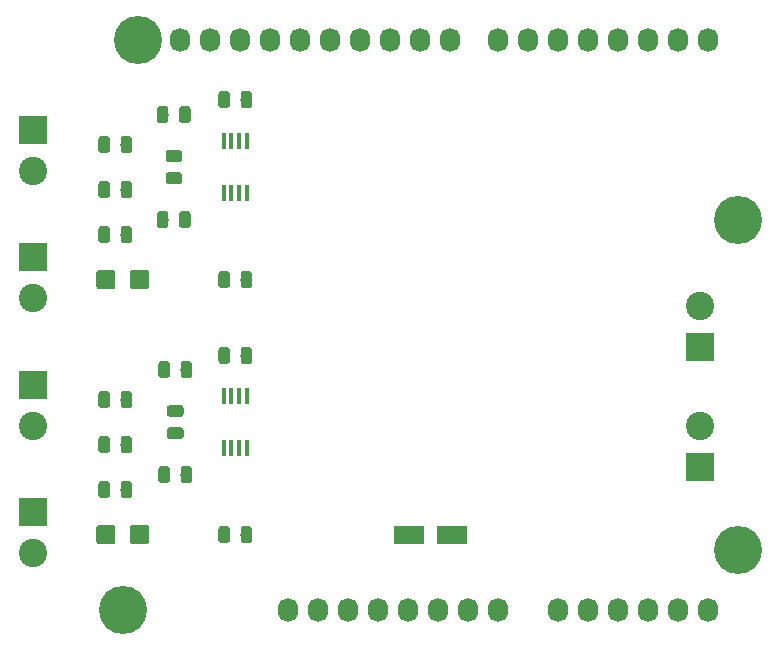
<source format=gbr>
G04 #@! TF.GenerationSoftware,KiCad,Pcbnew,(5.0.0)*
G04 #@! TF.CreationDate,2018-08-14T23:46:55+08:00*
G04 #@! TF.ProjectId,Reflow,5265666C6F772E6B696361645F706362,rev?*
G04 #@! TF.SameCoordinates,PX69db1f0PY7882d48*
G04 #@! TF.FileFunction,Soldermask,Top*
G04 #@! TF.FilePolarity,Negative*
%FSLAX46Y46*%
G04 Gerber Fmt 4.6, Leading zero omitted, Abs format (unit mm)*
G04 Created by KiCad (PCBNEW (5.0.0)) date 08/14/18 23:46:55*
%MOMM*%
%LPD*%
G01*
G04 APERTURE LIST*
%ADD10R,2.600000X1.600000*%
%ADD11C,0.100000*%
%ADD12C,0.975000*%
%ADD13C,1.600000*%
%ADD14R,0.450000X1.450000*%
%ADD15C,2.400000*%
%ADD16R,2.400000X2.400000*%
%ADD17O,1.727200X2.032000*%
%ADD18C,4.064000*%
G04 APERTURE END LIST*
D10*
G04 #@! TO.C,C7*
X38205000Y8890000D03*
X41805000Y8890000D03*
G04 #@! TD*
D11*
G04 #@! TO.C,C1*
G36*
X19620142Y23558826D02*
X19643803Y23555316D01*
X19667007Y23549504D01*
X19689529Y23541446D01*
X19711153Y23531218D01*
X19731670Y23518921D01*
X19750883Y23504671D01*
X19768607Y23488607D01*
X19784671Y23470883D01*
X19798921Y23451670D01*
X19811218Y23431153D01*
X19821446Y23409529D01*
X19829504Y23387007D01*
X19835316Y23363803D01*
X19838826Y23340142D01*
X19840000Y23316250D01*
X19840000Y22403750D01*
X19838826Y22379858D01*
X19835316Y22356197D01*
X19829504Y22332993D01*
X19821446Y22310471D01*
X19811218Y22288847D01*
X19798921Y22268330D01*
X19784671Y22249117D01*
X19768607Y22231393D01*
X19750883Y22215329D01*
X19731670Y22201079D01*
X19711153Y22188782D01*
X19689529Y22178554D01*
X19667007Y22170496D01*
X19643803Y22164684D01*
X19620142Y22161174D01*
X19596250Y22160000D01*
X19108750Y22160000D01*
X19084858Y22161174D01*
X19061197Y22164684D01*
X19037993Y22170496D01*
X19015471Y22178554D01*
X18993847Y22188782D01*
X18973330Y22201079D01*
X18954117Y22215329D01*
X18936393Y22231393D01*
X18920329Y22249117D01*
X18906079Y22268330D01*
X18893782Y22288847D01*
X18883554Y22310471D01*
X18875496Y22332993D01*
X18869684Y22356197D01*
X18866174Y22379858D01*
X18865000Y22403750D01*
X18865000Y23316250D01*
X18866174Y23340142D01*
X18869684Y23363803D01*
X18875496Y23387007D01*
X18883554Y23409529D01*
X18893782Y23431153D01*
X18906079Y23451670D01*
X18920329Y23470883D01*
X18936393Y23488607D01*
X18954117Y23504671D01*
X18973330Y23518921D01*
X18993847Y23531218D01*
X19015471Y23541446D01*
X19037993Y23549504D01*
X19061197Y23555316D01*
X19084858Y23558826D01*
X19108750Y23560000D01*
X19596250Y23560000D01*
X19620142Y23558826D01*
X19620142Y23558826D01*
G37*
D12*
X19352500Y22860000D03*
D11*
G36*
X17745142Y23558826D02*
X17768803Y23555316D01*
X17792007Y23549504D01*
X17814529Y23541446D01*
X17836153Y23531218D01*
X17856670Y23518921D01*
X17875883Y23504671D01*
X17893607Y23488607D01*
X17909671Y23470883D01*
X17923921Y23451670D01*
X17936218Y23431153D01*
X17946446Y23409529D01*
X17954504Y23387007D01*
X17960316Y23363803D01*
X17963826Y23340142D01*
X17965000Y23316250D01*
X17965000Y22403750D01*
X17963826Y22379858D01*
X17960316Y22356197D01*
X17954504Y22332993D01*
X17946446Y22310471D01*
X17936218Y22288847D01*
X17923921Y22268330D01*
X17909671Y22249117D01*
X17893607Y22231393D01*
X17875883Y22215329D01*
X17856670Y22201079D01*
X17836153Y22188782D01*
X17814529Y22178554D01*
X17792007Y22170496D01*
X17768803Y22164684D01*
X17745142Y22161174D01*
X17721250Y22160000D01*
X17233750Y22160000D01*
X17209858Y22161174D01*
X17186197Y22164684D01*
X17162993Y22170496D01*
X17140471Y22178554D01*
X17118847Y22188782D01*
X17098330Y22201079D01*
X17079117Y22215329D01*
X17061393Y22231393D01*
X17045329Y22249117D01*
X17031079Y22268330D01*
X17018782Y22288847D01*
X17008554Y22310471D01*
X17000496Y22332993D01*
X16994684Y22356197D01*
X16991174Y22379858D01*
X16990000Y22403750D01*
X16990000Y23316250D01*
X16991174Y23340142D01*
X16994684Y23363803D01*
X17000496Y23387007D01*
X17008554Y23409529D01*
X17018782Y23431153D01*
X17031079Y23451670D01*
X17045329Y23470883D01*
X17061393Y23488607D01*
X17079117Y23504671D01*
X17098330Y23518921D01*
X17118847Y23531218D01*
X17140471Y23541446D01*
X17162993Y23549504D01*
X17186197Y23555316D01*
X17209858Y23558826D01*
X17233750Y23560000D01*
X17721250Y23560000D01*
X17745142Y23558826D01*
X17745142Y23558826D01*
G37*
D12*
X17477500Y22860000D03*
G04 #@! TD*
D11*
G04 #@! TO.C,C2*
G36*
X18895142Y19838826D02*
X18918803Y19835316D01*
X18942007Y19829504D01*
X18964529Y19821446D01*
X18986153Y19811218D01*
X19006670Y19798921D01*
X19025883Y19784671D01*
X19043607Y19768607D01*
X19059671Y19750883D01*
X19073921Y19731670D01*
X19086218Y19711153D01*
X19096446Y19689529D01*
X19104504Y19667007D01*
X19110316Y19643803D01*
X19113826Y19620142D01*
X19115000Y19596250D01*
X19115000Y19108750D01*
X19113826Y19084858D01*
X19110316Y19061197D01*
X19104504Y19037993D01*
X19096446Y19015471D01*
X19086218Y18993847D01*
X19073921Y18973330D01*
X19059671Y18954117D01*
X19043607Y18936393D01*
X19025883Y18920329D01*
X19006670Y18906079D01*
X18986153Y18893782D01*
X18964529Y18883554D01*
X18942007Y18875496D01*
X18918803Y18869684D01*
X18895142Y18866174D01*
X18871250Y18865000D01*
X17958750Y18865000D01*
X17934858Y18866174D01*
X17911197Y18869684D01*
X17887993Y18875496D01*
X17865471Y18883554D01*
X17843847Y18893782D01*
X17823330Y18906079D01*
X17804117Y18920329D01*
X17786393Y18936393D01*
X17770329Y18954117D01*
X17756079Y18973330D01*
X17743782Y18993847D01*
X17733554Y19015471D01*
X17725496Y19037993D01*
X17719684Y19061197D01*
X17716174Y19084858D01*
X17715000Y19108750D01*
X17715000Y19596250D01*
X17716174Y19620142D01*
X17719684Y19643803D01*
X17725496Y19667007D01*
X17733554Y19689529D01*
X17743782Y19711153D01*
X17756079Y19731670D01*
X17770329Y19750883D01*
X17786393Y19768607D01*
X17804117Y19784671D01*
X17823330Y19798921D01*
X17843847Y19811218D01*
X17865471Y19821446D01*
X17887993Y19829504D01*
X17911197Y19835316D01*
X17934858Y19838826D01*
X17958750Y19840000D01*
X18871250Y19840000D01*
X18895142Y19838826D01*
X18895142Y19838826D01*
G37*
D12*
X18415000Y19352500D03*
D11*
G36*
X18895142Y17963826D02*
X18918803Y17960316D01*
X18942007Y17954504D01*
X18964529Y17946446D01*
X18986153Y17936218D01*
X19006670Y17923921D01*
X19025883Y17909671D01*
X19043607Y17893607D01*
X19059671Y17875883D01*
X19073921Y17856670D01*
X19086218Y17836153D01*
X19096446Y17814529D01*
X19104504Y17792007D01*
X19110316Y17768803D01*
X19113826Y17745142D01*
X19115000Y17721250D01*
X19115000Y17233750D01*
X19113826Y17209858D01*
X19110316Y17186197D01*
X19104504Y17162993D01*
X19096446Y17140471D01*
X19086218Y17118847D01*
X19073921Y17098330D01*
X19059671Y17079117D01*
X19043607Y17061393D01*
X19025883Y17045329D01*
X19006670Y17031079D01*
X18986153Y17018782D01*
X18964529Y17008554D01*
X18942007Y17000496D01*
X18918803Y16994684D01*
X18895142Y16991174D01*
X18871250Y16990000D01*
X17958750Y16990000D01*
X17934858Y16991174D01*
X17911197Y16994684D01*
X17887993Y17000496D01*
X17865471Y17008554D01*
X17843847Y17018782D01*
X17823330Y17031079D01*
X17804117Y17045329D01*
X17786393Y17061393D01*
X17770329Y17079117D01*
X17756079Y17098330D01*
X17743782Y17118847D01*
X17733554Y17140471D01*
X17725496Y17162993D01*
X17719684Y17186197D01*
X17716174Y17209858D01*
X17715000Y17233750D01*
X17715000Y17721250D01*
X17716174Y17745142D01*
X17719684Y17768803D01*
X17725496Y17792007D01*
X17733554Y17814529D01*
X17743782Y17836153D01*
X17756079Y17856670D01*
X17770329Y17875883D01*
X17786393Y17893607D01*
X17804117Y17909671D01*
X17823330Y17923921D01*
X17843847Y17936218D01*
X17865471Y17946446D01*
X17887993Y17954504D01*
X17911197Y17960316D01*
X17934858Y17963826D01*
X17958750Y17965000D01*
X18871250Y17965000D01*
X18895142Y17963826D01*
X18895142Y17963826D01*
G37*
D12*
X18415000Y17477500D03*
G04 #@! TD*
D11*
G04 #@! TO.C,C3*
G36*
X17745142Y14668826D02*
X17768803Y14665316D01*
X17792007Y14659504D01*
X17814529Y14651446D01*
X17836153Y14641218D01*
X17856670Y14628921D01*
X17875883Y14614671D01*
X17893607Y14598607D01*
X17909671Y14580883D01*
X17923921Y14561670D01*
X17936218Y14541153D01*
X17946446Y14519529D01*
X17954504Y14497007D01*
X17960316Y14473803D01*
X17963826Y14450142D01*
X17965000Y14426250D01*
X17965000Y13513750D01*
X17963826Y13489858D01*
X17960316Y13466197D01*
X17954504Y13442993D01*
X17946446Y13420471D01*
X17936218Y13398847D01*
X17923921Y13378330D01*
X17909671Y13359117D01*
X17893607Y13341393D01*
X17875883Y13325329D01*
X17856670Y13311079D01*
X17836153Y13298782D01*
X17814529Y13288554D01*
X17792007Y13280496D01*
X17768803Y13274684D01*
X17745142Y13271174D01*
X17721250Y13270000D01*
X17233750Y13270000D01*
X17209858Y13271174D01*
X17186197Y13274684D01*
X17162993Y13280496D01*
X17140471Y13288554D01*
X17118847Y13298782D01*
X17098330Y13311079D01*
X17079117Y13325329D01*
X17061393Y13341393D01*
X17045329Y13359117D01*
X17031079Y13378330D01*
X17018782Y13398847D01*
X17008554Y13420471D01*
X17000496Y13442993D01*
X16994684Y13466197D01*
X16991174Y13489858D01*
X16990000Y13513750D01*
X16990000Y14426250D01*
X16991174Y14450142D01*
X16994684Y14473803D01*
X17000496Y14497007D01*
X17008554Y14519529D01*
X17018782Y14541153D01*
X17031079Y14561670D01*
X17045329Y14580883D01*
X17061393Y14598607D01*
X17079117Y14614671D01*
X17098330Y14628921D01*
X17118847Y14641218D01*
X17140471Y14651446D01*
X17162993Y14659504D01*
X17186197Y14665316D01*
X17209858Y14668826D01*
X17233750Y14670000D01*
X17721250Y14670000D01*
X17745142Y14668826D01*
X17745142Y14668826D01*
G37*
D12*
X17477500Y13970000D03*
D11*
G36*
X19620142Y14668826D02*
X19643803Y14665316D01*
X19667007Y14659504D01*
X19689529Y14651446D01*
X19711153Y14641218D01*
X19731670Y14628921D01*
X19750883Y14614671D01*
X19768607Y14598607D01*
X19784671Y14580883D01*
X19798921Y14561670D01*
X19811218Y14541153D01*
X19821446Y14519529D01*
X19829504Y14497007D01*
X19835316Y14473803D01*
X19838826Y14450142D01*
X19840000Y14426250D01*
X19840000Y13513750D01*
X19838826Y13489858D01*
X19835316Y13466197D01*
X19829504Y13442993D01*
X19821446Y13420471D01*
X19811218Y13398847D01*
X19798921Y13378330D01*
X19784671Y13359117D01*
X19768607Y13341393D01*
X19750883Y13325329D01*
X19731670Y13311079D01*
X19711153Y13298782D01*
X19689529Y13288554D01*
X19667007Y13280496D01*
X19643803Y13274684D01*
X19620142Y13271174D01*
X19596250Y13270000D01*
X19108750Y13270000D01*
X19084858Y13271174D01*
X19061197Y13274684D01*
X19037993Y13280496D01*
X19015471Y13288554D01*
X18993847Y13298782D01*
X18973330Y13311079D01*
X18954117Y13325329D01*
X18936393Y13341393D01*
X18920329Y13359117D01*
X18906079Y13378330D01*
X18893782Y13398847D01*
X18883554Y13420471D01*
X18875496Y13442993D01*
X18869684Y13466197D01*
X18866174Y13489858D01*
X18865000Y13513750D01*
X18865000Y14426250D01*
X18866174Y14450142D01*
X18869684Y14473803D01*
X18875496Y14497007D01*
X18883554Y14519529D01*
X18893782Y14541153D01*
X18906079Y14561670D01*
X18920329Y14580883D01*
X18936393Y14598607D01*
X18954117Y14614671D01*
X18973330Y14628921D01*
X18993847Y14641218D01*
X19015471Y14651446D01*
X19037993Y14659504D01*
X19061197Y14665316D01*
X19084858Y14668826D01*
X19108750Y14670000D01*
X19596250Y14670000D01*
X19620142Y14668826D01*
X19620142Y14668826D01*
G37*
D12*
X19352500Y13970000D03*
G04 #@! TD*
D11*
G04 #@! TO.C,C4*
G36*
X17620903Y45148826D02*
X17644564Y45145316D01*
X17667768Y45139504D01*
X17690290Y45131446D01*
X17711914Y45121218D01*
X17732431Y45108921D01*
X17751644Y45094671D01*
X17769368Y45078607D01*
X17785432Y45060883D01*
X17799682Y45041670D01*
X17811979Y45021153D01*
X17822207Y44999529D01*
X17830265Y44977007D01*
X17836077Y44953803D01*
X17839587Y44930142D01*
X17840761Y44906250D01*
X17840761Y43993750D01*
X17839587Y43969858D01*
X17836077Y43946197D01*
X17830265Y43922993D01*
X17822207Y43900471D01*
X17811979Y43878847D01*
X17799682Y43858330D01*
X17785432Y43839117D01*
X17769368Y43821393D01*
X17751644Y43805329D01*
X17732431Y43791079D01*
X17711914Y43778782D01*
X17690290Y43768554D01*
X17667768Y43760496D01*
X17644564Y43754684D01*
X17620903Y43751174D01*
X17597011Y43750000D01*
X17109511Y43750000D01*
X17085619Y43751174D01*
X17061958Y43754684D01*
X17038754Y43760496D01*
X17016232Y43768554D01*
X16994608Y43778782D01*
X16974091Y43791079D01*
X16954878Y43805329D01*
X16937154Y43821393D01*
X16921090Y43839117D01*
X16906840Y43858330D01*
X16894543Y43878847D01*
X16884315Y43900471D01*
X16876257Y43922993D01*
X16870445Y43946197D01*
X16866935Y43969858D01*
X16865761Y43993750D01*
X16865761Y44906250D01*
X16866935Y44930142D01*
X16870445Y44953803D01*
X16876257Y44977007D01*
X16884315Y44999529D01*
X16894543Y45021153D01*
X16906840Y45041670D01*
X16921090Y45060883D01*
X16937154Y45078607D01*
X16954878Y45094671D01*
X16974091Y45108921D01*
X16994608Y45121218D01*
X17016232Y45131446D01*
X17038754Y45139504D01*
X17061958Y45145316D01*
X17085619Y45148826D01*
X17109511Y45150000D01*
X17597011Y45150000D01*
X17620903Y45148826D01*
X17620903Y45148826D01*
G37*
D12*
X17353261Y44450000D03*
D11*
G36*
X19495903Y45148826D02*
X19519564Y45145316D01*
X19542768Y45139504D01*
X19565290Y45131446D01*
X19586914Y45121218D01*
X19607431Y45108921D01*
X19626644Y45094671D01*
X19644368Y45078607D01*
X19660432Y45060883D01*
X19674682Y45041670D01*
X19686979Y45021153D01*
X19697207Y44999529D01*
X19705265Y44977007D01*
X19711077Y44953803D01*
X19714587Y44930142D01*
X19715761Y44906250D01*
X19715761Y43993750D01*
X19714587Y43969858D01*
X19711077Y43946197D01*
X19705265Y43922993D01*
X19697207Y43900471D01*
X19686979Y43878847D01*
X19674682Y43858330D01*
X19660432Y43839117D01*
X19644368Y43821393D01*
X19626644Y43805329D01*
X19607431Y43791079D01*
X19586914Y43778782D01*
X19565290Y43768554D01*
X19542768Y43760496D01*
X19519564Y43754684D01*
X19495903Y43751174D01*
X19472011Y43750000D01*
X18984511Y43750000D01*
X18960619Y43751174D01*
X18936958Y43754684D01*
X18913754Y43760496D01*
X18891232Y43768554D01*
X18869608Y43778782D01*
X18849091Y43791079D01*
X18829878Y43805329D01*
X18812154Y43821393D01*
X18796090Y43839117D01*
X18781840Y43858330D01*
X18769543Y43878847D01*
X18759315Y43900471D01*
X18751257Y43922993D01*
X18745445Y43946197D01*
X18741935Y43969858D01*
X18740761Y43993750D01*
X18740761Y44906250D01*
X18741935Y44930142D01*
X18745445Y44953803D01*
X18751257Y44977007D01*
X18759315Y44999529D01*
X18769543Y45021153D01*
X18781840Y45041670D01*
X18796090Y45060883D01*
X18812154Y45078607D01*
X18829878Y45094671D01*
X18849091Y45108921D01*
X18869608Y45121218D01*
X18891232Y45131446D01*
X18913754Y45139504D01*
X18936958Y45145316D01*
X18960619Y45148826D01*
X18984511Y45150000D01*
X19472011Y45150000D01*
X19495903Y45148826D01*
X19495903Y45148826D01*
G37*
D12*
X19228261Y44450000D03*
G04 #@! TD*
D11*
G04 #@! TO.C,C5*
G36*
X18770903Y39553826D02*
X18794564Y39550316D01*
X18817768Y39544504D01*
X18840290Y39536446D01*
X18861914Y39526218D01*
X18882431Y39513921D01*
X18901644Y39499671D01*
X18919368Y39483607D01*
X18935432Y39465883D01*
X18949682Y39446670D01*
X18961979Y39426153D01*
X18972207Y39404529D01*
X18980265Y39382007D01*
X18986077Y39358803D01*
X18989587Y39335142D01*
X18990761Y39311250D01*
X18990761Y38823750D01*
X18989587Y38799858D01*
X18986077Y38776197D01*
X18980265Y38752993D01*
X18972207Y38730471D01*
X18961979Y38708847D01*
X18949682Y38688330D01*
X18935432Y38669117D01*
X18919368Y38651393D01*
X18901644Y38635329D01*
X18882431Y38621079D01*
X18861914Y38608782D01*
X18840290Y38598554D01*
X18817768Y38590496D01*
X18794564Y38584684D01*
X18770903Y38581174D01*
X18747011Y38580000D01*
X17834511Y38580000D01*
X17810619Y38581174D01*
X17786958Y38584684D01*
X17763754Y38590496D01*
X17741232Y38598554D01*
X17719608Y38608782D01*
X17699091Y38621079D01*
X17679878Y38635329D01*
X17662154Y38651393D01*
X17646090Y38669117D01*
X17631840Y38688330D01*
X17619543Y38708847D01*
X17609315Y38730471D01*
X17601257Y38752993D01*
X17595445Y38776197D01*
X17591935Y38799858D01*
X17590761Y38823750D01*
X17590761Y39311250D01*
X17591935Y39335142D01*
X17595445Y39358803D01*
X17601257Y39382007D01*
X17609315Y39404529D01*
X17619543Y39426153D01*
X17631840Y39446670D01*
X17646090Y39465883D01*
X17662154Y39483607D01*
X17679878Y39499671D01*
X17699091Y39513921D01*
X17719608Y39526218D01*
X17741232Y39536446D01*
X17763754Y39544504D01*
X17786958Y39550316D01*
X17810619Y39553826D01*
X17834511Y39555000D01*
X18747011Y39555000D01*
X18770903Y39553826D01*
X18770903Y39553826D01*
G37*
D12*
X18290761Y39067500D03*
D11*
G36*
X18770903Y41428826D02*
X18794564Y41425316D01*
X18817768Y41419504D01*
X18840290Y41411446D01*
X18861914Y41401218D01*
X18882431Y41388921D01*
X18901644Y41374671D01*
X18919368Y41358607D01*
X18935432Y41340883D01*
X18949682Y41321670D01*
X18961979Y41301153D01*
X18972207Y41279529D01*
X18980265Y41257007D01*
X18986077Y41233803D01*
X18989587Y41210142D01*
X18990761Y41186250D01*
X18990761Y40698750D01*
X18989587Y40674858D01*
X18986077Y40651197D01*
X18980265Y40627993D01*
X18972207Y40605471D01*
X18961979Y40583847D01*
X18949682Y40563330D01*
X18935432Y40544117D01*
X18919368Y40526393D01*
X18901644Y40510329D01*
X18882431Y40496079D01*
X18861914Y40483782D01*
X18840290Y40473554D01*
X18817768Y40465496D01*
X18794564Y40459684D01*
X18770903Y40456174D01*
X18747011Y40455000D01*
X17834511Y40455000D01*
X17810619Y40456174D01*
X17786958Y40459684D01*
X17763754Y40465496D01*
X17741232Y40473554D01*
X17719608Y40483782D01*
X17699091Y40496079D01*
X17679878Y40510329D01*
X17662154Y40526393D01*
X17646090Y40544117D01*
X17631840Y40563330D01*
X17619543Y40583847D01*
X17609315Y40605471D01*
X17601257Y40627993D01*
X17595445Y40651197D01*
X17591935Y40674858D01*
X17590761Y40698750D01*
X17590761Y41186250D01*
X17591935Y41210142D01*
X17595445Y41233803D01*
X17601257Y41257007D01*
X17609315Y41279529D01*
X17619543Y41301153D01*
X17631840Y41321670D01*
X17646090Y41340883D01*
X17662154Y41358607D01*
X17679878Y41374671D01*
X17699091Y41388921D01*
X17719608Y41401218D01*
X17741232Y41411446D01*
X17763754Y41419504D01*
X17786958Y41425316D01*
X17810619Y41428826D01*
X17834511Y41430000D01*
X18747011Y41430000D01*
X18770903Y41428826D01*
X18770903Y41428826D01*
G37*
D12*
X18290761Y40942500D03*
G04 #@! TD*
D11*
G04 #@! TO.C,C6*
G36*
X19495903Y36258826D02*
X19519564Y36255316D01*
X19542768Y36249504D01*
X19565290Y36241446D01*
X19586914Y36231218D01*
X19607431Y36218921D01*
X19626644Y36204671D01*
X19644368Y36188607D01*
X19660432Y36170883D01*
X19674682Y36151670D01*
X19686979Y36131153D01*
X19697207Y36109529D01*
X19705265Y36087007D01*
X19711077Y36063803D01*
X19714587Y36040142D01*
X19715761Y36016250D01*
X19715761Y35103750D01*
X19714587Y35079858D01*
X19711077Y35056197D01*
X19705265Y35032993D01*
X19697207Y35010471D01*
X19686979Y34988847D01*
X19674682Y34968330D01*
X19660432Y34949117D01*
X19644368Y34931393D01*
X19626644Y34915329D01*
X19607431Y34901079D01*
X19586914Y34888782D01*
X19565290Y34878554D01*
X19542768Y34870496D01*
X19519564Y34864684D01*
X19495903Y34861174D01*
X19472011Y34860000D01*
X18984511Y34860000D01*
X18960619Y34861174D01*
X18936958Y34864684D01*
X18913754Y34870496D01*
X18891232Y34878554D01*
X18869608Y34888782D01*
X18849091Y34901079D01*
X18829878Y34915329D01*
X18812154Y34931393D01*
X18796090Y34949117D01*
X18781840Y34968330D01*
X18769543Y34988847D01*
X18759315Y35010471D01*
X18751257Y35032993D01*
X18745445Y35056197D01*
X18741935Y35079858D01*
X18740761Y35103750D01*
X18740761Y36016250D01*
X18741935Y36040142D01*
X18745445Y36063803D01*
X18751257Y36087007D01*
X18759315Y36109529D01*
X18769543Y36131153D01*
X18781840Y36151670D01*
X18796090Y36170883D01*
X18812154Y36188607D01*
X18829878Y36204671D01*
X18849091Y36218921D01*
X18869608Y36231218D01*
X18891232Y36241446D01*
X18913754Y36249504D01*
X18936958Y36255316D01*
X18960619Y36258826D01*
X18984511Y36260000D01*
X19472011Y36260000D01*
X19495903Y36258826D01*
X19495903Y36258826D01*
G37*
D12*
X19228261Y35560000D03*
D11*
G36*
X17620903Y36258826D02*
X17644564Y36255316D01*
X17667768Y36249504D01*
X17690290Y36241446D01*
X17711914Y36231218D01*
X17732431Y36218921D01*
X17751644Y36204671D01*
X17769368Y36188607D01*
X17785432Y36170883D01*
X17799682Y36151670D01*
X17811979Y36131153D01*
X17822207Y36109529D01*
X17830265Y36087007D01*
X17836077Y36063803D01*
X17839587Y36040142D01*
X17840761Y36016250D01*
X17840761Y35103750D01*
X17839587Y35079858D01*
X17836077Y35056197D01*
X17830265Y35032993D01*
X17822207Y35010471D01*
X17811979Y34988847D01*
X17799682Y34968330D01*
X17785432Y34949117D01*
X17769368Y34931393D01*
X17751644Y34915329D01*
X17732431Y34901079D01*
X17711914Y34888782D01*
X17690290Y34878554D01*
X17667768Y34870496D01*
X17644564Y34864684D01*
X17620903Y34861174D01*
X17597011Y34860000D01*
X17109511Y34860000D01*
X17085619Y34861174D01*
X17061958Y34864684D01*
X17038754Y34870496D01*
X17016232Y34878554D01*
X16994608Y34888782D01*
X16974091Y34901079D01*
X16954878Y34915329D01*
X16937154Y34931393D01*
X16921090Y34949117D01*
X16906840Y34968330D01*
X16894543Y34988847D01*
X16884315Y35010471D01*
X16876257Y35032993D01*
X16870445Y35056197D01*
X16866935Y35079858D01*
X16865761Y35103750D01*
X16865761Y36016250D01*
X16866935Y36040142D01*
X16870445Y36063803D01*
X16876257Y36087007D01*
X16884315Y36109529D01*
X16894543Y36131153D01*
X16906840Y36151670D01*
X16921090Y36170883D01*
X16937154Y36188607D01*
X16954878Y36204671D01*
X16974091Y36218921D01*
X16994608Y36231218D01*
X17016232Y36241446D01*
X17038754Y36249504D01*
X17061958Y36255316D01*
X17085619Y36258826D01*
X17109511Y36260000D01*
X17597011Y36260000D01*
X17620903Y36258826D01*
X17620903Y36258826D01*
G37*
D12*
X17353261Y35560000D03*
G04 #@! TD*
D11*
G04 #@! TO.C,C8*
G36*
X24702903Y24743940D02*
X24726564Y24740430D01*
X24749768Y24734618D01*
X24772290Y24726560D01*
X24793914Y24716332D01*
X24814431Y24704035D01*
X24833644Y24689785D01*
X24851368Y24673721D01*
X24867432Y24655997D01*
X24881682Y24636784D01*
X24893979Y24616267D01*
X24904207Y24594643D01*
X24912265Y24572121D01*
X24918077Y24548917D01*
X24921587Y24525256D01*
X24922761Y24501364D01*
X24922761Y23588864D01*
X24921587Y23564972D01*
X24918077Y23541311D01*
X24912265Y23518107D01*
X24904207Y23495585D01*
X24893979Y23473961D01*
X24881682Y23453444D01*
X24867432Y23434231D01*
X24851368Y23416507D01*
X24833644Y23400443D01*
X24814431Y23386193D01*
X24793914Y23373896D01*
X24772290Y23363668D01*
X24749768Y23355610D01*
X24726564Y23349798D01*
X24702903Y23346288D01*
X24679011Y23345114D01*
X24191511Y23345114D01*
X24167619Y23346288D01*
X24143958Y23349798D01*
X24120754Y23355610D01*
X24098232Y23363668D01*
X24076608Y23373896D01*
X24056091Y23386193D01*
X24036878Y23400443D01*
X24019154Y23416507D01*
X24003090Y23434231D01*
X23988840Y23453444D01*
X23976543Y23473961D01*
X23966315Y23495585D01*
X23958257Y23518107D01*
X23952445Y23541311D01*
X23948935Y23564972D01*
X23947761Y23588864D01*
X23947761Y24501364D01*
X23948935Y24525256D01*
X23952445Y24548917D01*
X23958257Y24572121D01*
X23966315Y24594643D01*
X23976543Y24616267D01*
X23988840Y24636784D01*
X24003090Y24655997D01*
X24019154Y24673721D01*
X24036878Y24689785D01*
X24056091Y24704035D01*
X24076608Y24716332D01*
X24098232Y24726560D01*
X24120754Y24734618D01*
X24143958Y24740430D01*
X24167619Y24743940D01*
X24191511Y24745114D01*
X24679011Y24745114D01*
X24702903Y24743940D01*
X24702903Y24743940D01*
G37*
D12*
X24435261Y24045114D03*
D11*
G36*
X22827903Y24743940D02*
X22851564Y24740430D01*
X22874768Y24734618D01*
X22897290Y24726560D01*
X22918914Y24716332D01*
X22939431Y24704035D01*
X22958644Y24689785D01*
X22976368Y24673721D01*
X22992432Y24655997D01*
X23006682Y24636784D01*
X23018979Y24616267D01*
X23029207Y24594643D01*
X23037265Y24572121D01*
X23043077Y24548917D01*
X23046587Y24525256D01*
X23047761Y24501364D01*
X23047761Y23588864D01*
X23046587Y23564972D01*
X23043077Y23541311D01*
X23037265Y23518107D01*
X23029207Y23495585D01*
X23018979Y23473961D01*
X23006682Y23453444D01*
X22992432Y23434231D01*
X22976368Y23416507D01*
X22958644Y23400443D01*
X22939431Y23386193D01*
X22918914Y23373896D01*
X22897290Y23363668D01*
X22874768Y23355610D01*
X22851564Y23349798D01*
X22827903Y23346288D01*
X22804011Y23345114D01*
X22316511Y23345114D01*
X22292619Y23346288D01*
X22268958Y23349798D01*
X22245754Y23355610D01*
X22223232Y23363668D01*
X22201608Y23373896D01*
X22181091Y23386193D01*
X22161878Y23400443D01*
X22144154Y23416507D01*
X22128090Y23434231D01*
X22113840Y23453444D01*
X22101543Y23473961D01*
X22091315Y23495585D01*
X22083257Y23518107D01*
X22077445Y23541311D01*
X22073935Y23564972D01*
X22072761Y23588864D01*
X22072761Y24501364D01*
X22073935Y24525256D01*
X22077445Y24548917D01*
X22083257Y24572121D01*
X22091315Y24594643D01*
X22101543Y24616267D01*
X22113840Y24636784D01*
X22128090Y24655997D01*
X22144154Y24673721D01*
X22161878Y24689785D01*
X22181091Y24704035D01*
X22201608Y24716332D01*
X22223232Y24726560D01*
X22245754Y24734618D01*
X22268958Y24740430D01*
X22292619Y24743940D01*
X22316511Y24745114D01*
X22804011Y24745114D01*
X22827903Y24743940D01*
X22827903Y24743940D01*
G37*
D12*
X22560261Y24045114D03*
G04 #@! TD*
D11*
G04 #@! TO.C,C9*
G36*
X22825142Y46418826D02*
X22848803Y46415316D01*
X22872007Y46409504D01*
X22894529Y46401446D01*
X22916153Y46391218D01*
X22936670Y46378921D01*
X22955883Y46364671D01*
X22973607Y46348607D01*
X22989671Y46330883D01*
X23003921Y46311670D01*
X23016218Y46291153D01*
X23026446Y46269529D01*
X23034504Y46247007D01*
X23040316Y46223803D01*
X23043826Y46200142D01*
X23045000Y46176250D01*
X23045000Y45263750D01*
X23043826Y45239858D01*
X23040316Y45216197D01*
X23034504Y45192993D01*
X23026446Y45170471D01*
X23016218Y45148847D01*
X23003921Y45128330D01*
X22989671Y45109117D01*
X22973607Y45091393D01*
X22955883Y45075329D01*
X22936670Y45061079D01*
X22916153Y45048782D01*
X22894529Y45038554D01*
X22872007Y45030496D01*
X22848803Y45024684D01*
X22825142Y45021174D01*
X22801250Y45020000D01*
X22313750Y45020000D01*
X22289858Y45021174D01*
X22266197Y45024684D01*
X22242993Y45030496D01*
X22220471Y45038554D01*
X22198847Y45048782D01*
X22178330Y45061079D01*
X22159117Y45075329D01*
X22141393Y45091393D01*
X22125329Y45109117D01*
X22111079Y45128330D01*
X22098782Y45148847D01*
X22088554Y45170471D01*
X22080496Y45192993D01*
X22074684Y45216197D01*
X22071174Y45239858D01*
X22070000Y45263750D01*
X22070000Y46176250D01*
X22071174Y46200142D01*
X22074684Y46223803D01*
X22080496Y46247007D01*
X22088554Y46269529D01*
X22098782Y46291153D01*
X22111079Y46311670D01*
X22125329Y46330883D01*
X22141393Y46348607D01*
X22159117Y46364671D01*
X22178330Y46378921D01*
X22198847Y46391218D01*
X22220471Y46401446D01*
X22242993Y46409504D01*
X22266197Y46415316D01*
X22289858Y46418826D01*
X22313750Y46420000D01*
X22801250Y46420000D01*
X22825142Y46418826D01*
X22825142Y46418826D01*
G37*
D12*
X22557500Y45720000D03*
D11*
G36*
X24700142Y46418826D02*
X24723803Y46415316D01*
X24747007Y46409504D01*
X24769529Y46401446D01*
X24791153Y46391218D01*
X24811670Y46378921D01*
X24830883Y46364671D01*
X24848607Y46348607D01*
X24864671Y46330883D01*
X24878921Y46311670D01*
X24891218Y46291153D01*
X24901446Y46269529D01*
X24909504Y46247007D01*
X24915316Y46223803D01*
X24918826Y46200142D01*
X24920000Y46176250D01*
X24920000Y45263750D01*
X24918826Y45239858D01*
X24915316Y45216197D01*
X24909504Y45192993D01*
X24901446Y45170471D01*
X24891218Y45148847D01*
X24878921Y45128330D01*
X24864671Y45109117D01*
X24848607Y45091393D01*
X24830883Y45075329D01*
X24811670Y45061079D01*
X24791153Y45048782D01*
X24769529Y45038554D01*
X24747007Y45030496D01*
X24723803Y45024684D01*
X24700142Y45021174D01*
X24676250Y45020000D01*
X24188750Y45020000D01*
X24164858Y45021174D01*
X24141197Y45024684D01*
X24117993Y45030496D01*
X24095471Y45038554D01*
X24073847Y45048782D01*
X24053330Y45061079D01*
X24034117Y45075329D01*
X24016393Y45091393D01*
X24000329Y45109117D01*
X23986079Y45128330D01*
X23973782Y45148847D01*
X23963554Y45170471D01*
X23955496Y45192993D01*
X23949684Y45216197D01*
X23946174Y45239858D01*
X23945000Y45263750D01*
X23945000Y46176250D01*
X23946174Y46200142D01*
X23949684Y46223803D01*
X23955496Y46247007D01*
X23963554Y46269529D01*
X23973782Y46291153D01*
X23986079Y46311670D01*
X24000329Y46330883D01*
X24016393Y46348607D01*
X24034117Y46364671D01*
X24053330Y46378921D01*
X24073847Y46391218D01*
X24095471Y46401446D01*
X24117993Y46409504D01*
X24141197Y46415316D01*
X24164858Y46418826D01*
X24188750Y46420000D01*
X24676250Y46420000D01*
X24700142Y46418826D01*
X24700142Y46418826D01*
G37*
D12*
X24432500Y45720000D03*
G04 #@! TD*
D11*
G04 #@! TO.C,D1*
G36*
X15969504Y31303796D02*
X15993773Y31300196D01*
X16017571Y31294235D01*
X16040671Y31285970D01*
X16062849Y31275480D01*
X16083893Y31262867D01*
X16103598Y31248253D01*
X16121777Y31231777D01*
X16138253Y31213598D01*
X16152867Y31193893D01*
X16165480Y31172849D01*
X16175970Y31150671D01*
X16184235Y31127571D01*
X16190196Y31103773D01*
X16193796Y31079504D01*
X16195000Y31055000D01*
X16195000Y29905000D01*
X16193796Y29880496D01*
X16190196Y29856227D01*
X16184235Y29832429D01*
X16175970Y29809329D01*
X16165480Y29787151D01*
X16152867Y29766107D01*
X16138253Y29746402D01*
X16121777Y29728223D01*
X16103598Y29711747D01*
X16083893Y29697133D01*
X16062849Y29684520D01*
X16040671Y29674030D01*
X16017571Y29665765D01*
X15993773Y29659804D01*
X15969504Y29656204D01*
X15945000Y29655000D01*
X14845000Y29655000D01*
X14820496Y29656204D01*
X14796227Y29659804D01*
X14772429Y29665765D01*
X14749329Y29674030D01*
X14727151Y29684520D01*
X14706107Y29697133D01*
X14686402Y29711747D01*
X14668223Y29728223D01*
X14651747Y29746402D01*
X14637133Y29766107D01*
X14624520Y29787151D01*
X14614030Y29809329D01*
X14605765Y29832429D01*
X14599804Y29856227D01*
X14596204Y29880496D01*
X14595000Y29905000D01*
X14595000Y31055000D01*
X14596204Y31079504D01*
X14599804Y31103773D01*
X14605765Y31127571D01*
X14614030Y31150671D01*
X14624520Y31172849D01*
X14637133Y31193893D01*
X14651747Y31213598D01*
X14668223Y31231777D01*
X14686402Y31248253D01*
X14706107Y31262867D01*
X14727151Y31275480D01*
X14749329Y31285970D01*
X14772429Y31294235D01*
X14796227Y31300196D01*
X14820496Y31303796D01*
X14845000Y31305000D01*
X15945000Y31305000D01*
X15969504Y31303796D01*
X15969504Y31303796D01*
G37*
D13*
X15395000Y30480000D03*
D11*
G36*
X13119504Y31303796D02*
X13143773Y31300196D01*
X13167571Y31294235D01*
X13190671Y31285970D01*
X13212849Y31275480D01*
X13233893Y31262867D01*
X13253598Y31248253D01*
X13271777Y31231777D01*
X13288253Y31213598D01*
X13302867Y31193893D01*
X13315480Y31172849D01*
X13325970Y31150671D01*
X13334235Y31127571D01*
X13340196Y31103773D01*
X13343796Y31079504D01*
X13345000Y31055000D01*
X13345000Y29905000D01*
X13343796Y29880496D01*
X13340196Y29856227D01*
X13334235Y29832429D01*
X13325970Y29809329D01*
X13315480Y29787151D01*
X13302867Y29766107D01*
X13288253Y29746402D01*
X13271777Y29728223D01*
X13253598Y29711747D01*
X13233893Y29697133D01*
X13212849Y29684520D01*
X13190671Y29674030D01*
X13167571Y29665765D01*
X13143773Y29659804D01*
X13119504Y29656204D01*
X13095000Y29655000D01*
X11995000Y29655000D01*
X11970496Y29656204D01*
X11946227Y29659804D01*
X11922429Y29665765D01*
X11899329Y29674030D01*
X11877151Y29684520D01*
X11856107Y29697133D01*
X11836402Y29711747D01*
X11818223Y29728223D01*
X11801747Y29746402D01*
X11787133Y29766107D01*
X11774520Y29787151D01*
X11764030Y29809329D01*
X11755765Y29832429D01*
X11749804Y29856227D01*
X11746204Y29880496D01*
X11745000Y29905000D01*
X11745000Y31055000D01*
X11746204Y31079504D01*
X11749804Y31103773D01*
X11755765Y31127571D01*
X11764030Y31150671D01*
X11774520Y31172849D01*
X11787133Y31193893D01*
X11801747Y31213598D01*
X11818223Y31231777D01*
X11836402Y31248253D01*
X11856107Y31262867D01*
X11877151Y31275480D01*
X11899329Y31285970D01*
X11922429Y31294235D01*
X11946227Y31300196D01*
X11970496Y31303796D01*
X11995000Y31305000D01*
X13095000Y31305000D01*
X13119504Y31303796D01*
X13119504Y31303796D01*
G37*
D13*
X12545000Y30480000D03*
G04 #@! TD*
D11*
G04 #@! TO.C,D2*
G36*
X13119504Y9713796D02*
X13143773Y9710196D01*
X13167571Y9704235D01*
X13190671Y9695970D01*
X13212849Y9685480D01*
X13233893Y9672867D01*
X13253598Y9658253D01*
X13271777Y9641777D01*
X13288253Y9623598D01*
X13302867Y9603893D01*
X13315480Y9582849D01*
X13325970Y9560671D01*
X13334235Y9537571D01*
X13340196Y9513773D01*
X13343796Y9489504D01*
X13345000Y9465000D01*
X13345000Y8315000D01*
X13343796Y8290496D01*
X13340196Y8266227D01*
X13334235Y8242429D01*
X13325970Y8219329D01*
X13315480Y8197151D01*
X13302867Y8176107D01*
X13288253Y8156402D01*
X13271777Y8138223D01*
X13253598Y8121747D01*
X13233893Y8107133D01*
X13212849Y8094520D01*
X13190671Y8084030D01*
X13167571Y8075765D01*
X13143773Y8069804D01*
X13119504Y8066204D01*
X13095000Y8065000D01*
X11995000Y8065000D01*
X11970496Y8066204D01*
X11946227Y8069804D01*
X11922429Y8075765D01*
X11899329Y8084030D01*
X11877151Y8094520D01*
X11856107Y8107133D01*
X11836402Y8121747D01*
X11818223Y8138223D01*
X11801747Y8156402D01*
X11787133Y8176107D01*
X11774520Y8197151D01*
X11764030Y8219329D01*
X11755765Y8242429D01*
X11749804Y8266227D01*
X11746204Y8290496D01*
X11745000Y8315000D01*
X11745000Y9465000D01*
X11746204Y9489504D01*
X11749804Y9513773D01*
X11755765Y9537571D01*
X11764030Y9560671D01*
X11774520Y9582849D01*
X11787133Y9603893D01*
X11801747Y9623598D01*
X11818223Y9641777D01*
X11836402Y9658253D01*
X11856107Y9672867D01*
X11877151Y9685480D01*
X11899329Y9695970D01*
X11922429Y9704235D01*
X11946227Y9710196D01*
X11970496Y9713796D01*
X11995000Y9715000D01*
X13095000Y9715000D01*
X13119504Y9713796D01*
X13119504Y9713796D01*
G37*
D13*
X12545000Y8890000D03*
D11*
G36*
X15969504Y9713796D02*
X15993773Y9710196D01*
X16017571Y9704235D01*
X16040671Y9695970D01*
X16062849Y9685480D01*
X16083893Y9672867D01*
X16103598Y9658253D01*
X16121777Y9641777D01*
X16138253Y9623598D01*
X16152867Y9603893D01*
X16165480Y9582849D01*
X16175970Y9560671D01*
X16184235Y9537571D01*
X16190196Y9513773D01*
X16193796Y9489504D01*
X16195000Y9465000D01*
X16195000Y8315000D01*
X16193796Y8290496D01*
X16190196Y8266227D01*
X16184235Y8242429D01*
X16175970Y8219329D01*
X16165480Y8197151D01*
X16152867Y8176107D01*
X16138253Y8156402D01*
X16121777Y8138223D01*
X16103598Y8121747D01*
X16083893Y8107133D01*
X16062849Y8094520D01*
X16040671Y8084030D01*
X16017571Y8075765D01*
X15993773Y8069804D01*
X15969504Y8066204D01*
X15945000Y8065000D01*
X14845000Y8065000D01*
X14820496Y8066204D01*
X14796227Y8069804D01*
X14772429Y8075765D01*
X14749329Y8084030D01*
X14727151Y8094520D01*
X14706107Y8107133D01*
X14686402Y8121747D01*
X14668223Y8138223D01*
X14651747Y8156402D01*
X14637133Y8176107D01*
X14624520Y8197151D01*
X14614030Y8219329D01*
X14605765Y8242429D01*
X14599804Y8266227D01*
X14596204Y8290496D01*
X14595000Y8315000D01*
X14595000Y9465000D01*
X14596204Y9489504D01*
X14599804Y9513773D01*
X14605765Y9537571D01*
X14614030Y9560671D01*
X14624520Y9582849D01*
X14637133Y9603893D01*
X14651747Y9623598D01*
X14668223Y9641777D01*
X14686402Y9658253D01*
X14706107Y9672867D01*
X14727151Y9685480D01*
X14749329Y9695970D01*
X14772429Y9704235D01*
X14796227Y9710196D01*
X14820496Y9713796D01*
X14845000Y9715000D01*
X15945000Y9715000D01*
X15969504Y9713796D01*
X15969504Y9713796D01*
G37*
D13*
X15395000Y8890000D03*
G04 #@! TD*
D14*
G04 #@! TO.C,IC1*
X22520000Y20657114D03*
X23170000Y20657114D03*
X23820000Y20657114D03*
X24470000Y20657114D03*
X24470000Y16257114D03*
X23820000Y16257114D03*
X23170000Y16257114D03*
X22520000Y16257114D03*
G04 #@! TD*
G04 #@! TO.C,IC2*
X22520000Y37805000D03*
X23170000Y37805000D03*
X23820000Y37805000D03*
X24470000Y37805000D03*
X24470000Y42205000D03*
X23820000Y42205000D03*
X23170000Y42205000D03*
X22520000Y42205000D03*
G04 #@! TD*
D11*
G04 #@! TO.C,R2*
G36*
X14540142Y34988826D02*
X14563803Y34985316D01*
X14587007Y34979504D01*
X14609529Y34971446D01*
X14631153Y34961218D01*
X14651670Y34948921D01*
X14670883Y34934671D01*
X14688607Y34918607D01*
X14704671Y34900883D01*
X14718921Y34881670D01*
X14731218Y34861153D01*
X14741446Y34839529D01*
X14749504Y34817007D01*
X14755316Y34793803D01*
X14758826Y34770142D01*
X14760000Y34746250D01*
X14760000Y33833750D01*
X14758826Y33809858D01*
X14755316Y33786197D01*
X14749504Y33762993D01*
X14741446Y33740471D01*
X14731218Y33718847D01*
X14718921Y33698330D01*
X14704671Y33679117D01*
X14688607Y33661393D01*
X14670883Y33645329D01*
X14651670Y33631079D01*
X14631153Y33618782D01*
X14609529Y33608554D01*
X14587007Y33600496D01*
X14563803Y33594684D01*
X14540142Y33591174D01*
X14516250Y33590000D01*
X14028750Y33590000D01*
X14004858Y33591174D01*
X13981197Y33594684D01*
X13957993Y33600496D01*
X13935471Y33608554D01*
X13913847Y33618782D01*
X13893330Y33631079D01*
X13874117Y33645329D01*
X13856393Y33661393D01*
X13840329Y33679117D01*
X13826079Y33698330D01*
X13813782Y33718847D01*
X13803554Y33740471D01*
X13795496Y33762993D01*
X13789684Y33786197D01*
X13786174Y33809858D01*
X13785000Y33833750D01*
X13785000Y34746250D01*
X13786174Y34770142D01*
X13789684Y34793803D01*
X13795496Y34817007D01*
X13803554Y34839529D01*
X13813782Y34861153D01*
X13826079Y34881670D01*
X13840329Y34900883D01*
X13856393Y34918607D01*
X13874117Y34934671D01*
X13893330Y34948921D01*
X13913847Y34961218D01*
X13935471Y34971446D01*
X13957993Y34979504D01*
X13981197Y34985316D01*
X14004858Y34988826D01*
X14028750Y34990000D01*
X14516250Y34990000D01*
X14540142Y34988826D01*
X14540142Y34988826D01*
G37*
D12*
X14272500Y34290000D03*
D11*
G36*
X12665142Y34988826D02*
X12688803Y34985316D01*
X12712007Y34979504D01*
X12734529Y34971446D01*
X12756153Y34961218D01*
X12776670Y34948921D01*
X12795883Y34934671D01*
X12813607Y34918607D01*
X12829671Y34900883D01*
X12843921Y34881670D01*
X12856218Y34861153D01*
X12866446Y34839529D01*
X12874504Y34817007D01*
X12880316Y34793803D01*
X12883826Y34770142D01*
X12885000Y34746250D01*
X12885000Y33833750D01*
X12883826Y33809858D01*
X12880316Y33786197D01*
X12874504Y33762993D01*
X12866446Y33740471D01*
X12856218Y33718847D01*
X12843921Y33698330D01*
X12829671Y33679117D01*
X12813607Y33661393D01*
X12795883Y33645329D01*
X12776670Y33631079D01*
X12756153Y33618782D01*
X12734529Y33608554D01*
X12712007Y33600496D01*
X12688803Y33594684D01*
X12665142Y33591174D01*
X12641250Y33590000D01*
X12153750Y33590000D01*
X12129858Y33591174D01*
X12106197Y33594684D01*
X12082993Y33600496D01*
X12060471Y33608554D01*
X12038847Y33618782D01*
X12018330Y33631079D01*
X11999117Y33645329D01*
X11981393Y33661393D01*
X11965329Y33679117D01*
X11951079Y33698330D01*
X11938782Y33718847D01*
X11928554Y33740471D01*
X11920496Y33762993D01*
X11914684Y33786197D01*
X11911174Y33809858D01*
X11910000Y33833750D01*
X11910000Y34746250D01*
X11911174Y34770142D01*
X11914684Y34793803D01*
X11920496Y34817007D01*
X11928554Y34839529D01*
X11938782Y34861153D01*
X11951079Y34881670D01*
X11965329Y34900883D01*
X11981393Y34918607D01*
X11999117Y34934671D01*
X12018330Y34948921D01*
X12038847Y34961218D01*
X12060471Y34971446D01*
X12082993Y34979504D01*
X12106197Y34985316D01*
X12129858Y34988826D01*
X12153750Y34990000D01*
X12641250Y34990000D01*
X12665142Y34988826D01*
X12665142Y34988826D01*
G37*
D12*
X12397500Y34290000D03*
G04 #@! TD*
D11*
G04 #@! TO.C,R7*
G36*
X24700142Y31178826D02*
X24723803Y31175316D01*
X24747007Y31169504D01*
X24769529Y31161446D01*
X24791153Y31151218D01*
X24811670Y31138921D01*
X24830883Y31124671D01*
X24848607Y31108607D01*
X24864671Y31090883D01*
X24878921Y31071670D01*
X24891218Y31051153D01*
X24901446Y31029529D01*
X24909504Y31007007D01*
X24915316Y30983803D01*
X24918826Y30960142D01*
X24920000Y30936250D01*
X24920000Y30023750D01*
X24918826Y29999858D01*
X24915316Y29976197D01*
X24909504Y29952993D01*
X24901446Y29930471D01*
X24891218Y29908847D01*
X24878921Y29888330D01*
X24864671Y29869117D01*
X24848607Y29851393D01*
X24830883Y29835329D01*
X24811670Y29821079D01*
X24791153Y29808782D01*
X24769529Y29798554D01*
X24747007Y29790496D01*
X24723803Y29784684D01*
X24700142Y29781174D01*
X24676250Y29780000D01*
X24188750Y29780000D01*
X24164858Y29781174D01*
X24141197Y29784684D01*
X24117993Y29790496D01*
X24095471Y29798554D01*
X24073847Y29808782D01*
X24053330Y29821079D01*
X24034117Y29835329D01*
X24016393Y29851393D01*
X24000329Y29869117D01*
X23986079Y29888330D01*
X23973782Y29908847D01*
X23963554Y29930471D01*
X23955496Y29952993D01*
X23949684Y29976197D01*
X23946174Y29999858D01*
X23945000Y30023750D01*
X23945000Y30936250D01*
X23946174Y30960142D01*
X23949684Y30983803D01*
X23955496Y31007007D01*
X23963554Y31029529D01*
X23973782Y31051153D01*
X23986079Y31071670D01*
X24000329Y31090883D01*
X24016393Y31108607D01*
X24034117Y31124671D01*
X24053330Y31138921D01*
X24073847Y31151218D01*
X24095471Y31161446D01*
X24117993Y31169504D01*
X24141197Y31175316D01*
X24164858Y31178826D01*
X24188750Y31180000D01*
X24676250Y31180000D01*
X24700142Y31178826D01*
X24700142Y31178826D01*
G37*
D12*
X24432500Y30480000D03*
D11*
G36*
X22825142Y31178826D02*
X22848803Y31175316D01*
X22872007Y31169504D01*
X22894529Y31161446D01*
X22916153Y31151218D01*
X22936670Y31138921D01*
X22955883Y31124671D01*
X22973607Y31108607D01*
X22989671Y31090883D01*
X23003921Y31071670D01*
X23016218Y31051153D01*
X23026446Y31029529D01*
X23034504Y31007007D01*
X23040316Y30983803D01*
X23043826Y30960142D01*
X23045000Y30936250D01*
X23045000Y30023750D01*
X23043826Y29999858D01*
X23040316Y29976197D01*
X23034504Y29952993D01*
X23026446Y29930471D01*
X23016218Y29908847D01*
X23003921Y29888330D01*
X22989671Y29869117D01*
X22973607Y29851393D01*
X22955883Y29835329D01*
X22936670Y29821079D01*
X22916153Y29808782D01*
X22894529Y29798554D01*
X22872007Y29790496D01*
X22848803Y29784684D01*
X22825142Y29781174D01*
X22801250Y29780000D01*
X22313750Y29780000D01*
X22289858Y29781174D01*
X22266197Y29784684D01*
X22242993Y29790496D01*
X22220471Y29798554D01*
X22198847Y29808782D01*
X22178330Y29821079D01*
X22159117Y29835329D01*
X22141393Y29851393D01*
X22125329Y29869117D01*
X22111079Y29888330D01*
X22098782Y29908847D01*
X22088554Y29930471D01*
X22080496Y29952993D01*
X22074684Y29976197D01*
X22071174Y29999858D01*
X22070000Y30023750D01*
X22070000Y30936250D01*
X22071174Y30960142D01*
X22074684Y30983803D01*
X22080496Y31007007D01*
X22088554Y31029529D01*
X22098782Y31051153D01*
X22111079Y31071670D01*
X22125329Y31090883D01*
X22141393Y31108607D01*
X22159117Y31124671D01*
X22178330Y31138921D01*
X22198847Y31151218D01*
X22220471Y31161446D01*
X22242993Y31169504D01*
X22266197Y31175316D01*
X22289858Y31178826D01*
X22313750Y31180000D01*
X22801250Y31180000D01*
X22825142Y31178826D01*
X22825142Y31178826D01*
G37*
D12*
X22557500Y30480000D03*
G04 #@! TD*
D11*
G04 #@! TO.C,R6*
G36*
X12665142Y38798826D02*
X12688803Y38795316D01*
X12712007Y38789504D01*
X12734529Y38781446D01*
X12756153Y38771218D01*
X12776670Y38758921D01*
X12795883Y38744671D01*
X12813607Y38728607D01*
X12829671Y38710883D01*
X12843921Y38691670D01*
X12856218Y38671153D01*
X12866446Y38649529D01*
X12874504Y38627007D01*
X12880316Y38603803D01*
X12883826Y38580142D01*
X12885000Y38556250D01*
X12885000Y37643750D01*
X12883826Y37619858D01*
X12880316Y37596197D01*
X12874504Y37572993D01*
X12866446Y37550471D01*
X12856218Y37528847D01*
X12843921Y37508330D01*
X12829671Y37489117D01*
X12813607Y37471393D01*
X12795883Y37455329D01*
X12776670Y37441079D01*
X12756153Y37428782D01*
X12734529Y37418554D01*
X12712007Y37410496D01*
X12688803Y37404684D01*
X12665142Y37401174D01*
X12641250Y37400000D01*
X12153750Y37400000D01*
X12129858Y37401174D01*
X12106197Y37404684D01*
X12082993Y37410496D01*
X12060471Y37418554D01*
X12038847Y37428782D01*
X12018330Y37441079D01*
X11999117Y37455329D01*
X11981393Y37471393D01*
X11965329Y37489117D01*
X11951079Y37508330D01*
X11938782Y37528847D01*
X11928554Y37550471D01*
X11920496Y37572993D01*
X11914684Y37596197D01*
X11911174Y37619858D01*
X11910000Y37643750D01*
X11910000Y38556250D01*
X11911174Y38580142D01*
X11914684Y38603803D01*
X11920496Y38627007D01*
X11928554Y38649529D01*
X11938782Y38671153D01*
X11951079Y38691670D01*
X11965329Y38710883D01*
X11981393Y38728607D01*
X11999117Y38744671D01*
X12018330Y38758921D01*
X12038847Y38771218D01*
X12060471Y38781446D01*
X12082993Y38789504D01*
X12106197Y38795316D01*
X12129858Y38798826D01*
X12153750Y38800000D01*
X12641250Y38800000D01*
X12665142Y38798826D01*
X12665142Y38798826D01*
G37*
D12*
X12397500Y38100000D03*
D11*
G36*
X14540142Y38798826D02*
X14563803Y38795316D01*
X14587007Y38789504D01*
X14609529Y38781446D01*
X14631153Y38771218D01*
X14651670Y38758921D01*
X14670883Y38744671D01*
X14688607Y38728607D01*
X14704671Y38710883D01*
X14718921Y38691670D01*
X14731218Y38671153D01*
X14741446Y38649529D01*
X14749504Y38627007D01*
X14755316Y38603803D01*
X14758826Y38580142D01*
X14760000Y38556250D01*
X14760000Y37643750D01*
X14758826Y37619858D01*
X14755316Y37596197D01*
X14749504Y37572993D01*
X14741446Y37550471D01*
X14731218Y37528847D01*
X14718921Y37508330D01*
X14704671Y37489117D01*
X14688607Y37471393D01*
X14670883Y37455329D01*
X14651670Y37441079D01*
X14631153Y37428782D01*
X14609529Y37418554D01*
X14587007Y37410496D01*
X14563803Y37404684D01*
X14540142Y37401174D01*
X14516250Y37400000D01*
X14028750Y37400000D01*
X14004858Y37401174D01*
X13981197Y37404684D01*
X13957993Y37410496D01*
X13935471Y37418554D01*
X13913847Y37428782D01*
X13893330Y37441079D01*
X13874117Y37455329D01*
X13856393Y37471393D01*
X13840329Y37489117D01*
X13826079Y37508330D01*
X13813782Y37528847D01*
X13803554Y37550471D01*
X13795496Y37572993D01*
X13789684Y37596197D01*
X13786174Y37619858D01*
X13785000Y37643750D01*
X13785000Y38556250D01*
X13786174Y38580142D01*
X13789684Y38603803D01*
X13795496Y38627007D01*
X13803554Y38649529D01*
X13813782Y38671153D01*
X13826079Y38691670D01*
X13840329Y38710883D01*
X13856393Y38728607D01*
X13874117Y38744671D01*
X13893330Y38758921D01*
X13913847Y38771218D01*
X13935471Y38781446D01*
X13957993Y38789504D01*
X13981197Y38795316D01*
X14004858Y38798826D01*
X14028750Y38800000D01*
X14516250Y38800000D01*
X14540142Y38798826D01*
X14540142Y38798826D01*
G37*
D12*
X14272500Y38100000D03*
G04 #@! TD*
D11*
G04 #@! TO.C,R5*
G36*
X14540142Y42608826D02*
X14563803Y42605316D01*
X14587007Y42599504D01*
X14609529Y42591446D01*
X14631153Y42581218D01*
X14651670Y42568921D01*
X14670883Y42554671D01*
X14688607Y42538607D01*
X14704671Y42520883D01*
X14718921Y42501670D01*
X14731218Y42481153D01*
X14741446Y42459529D01*
X14749504Y42437007D01*
X14755316Y42413803D01*
X14758826Y42390142D01*
X14760000Y42366250D01*
X14760000Y41453750D01*
X14758826Y41429858D01*
X14755316Y41406197D01*
X14749504Y41382993D01*
X14741446Y41360471D01*
X14731218Y41338847D01*
X14718921Y41318330D01*
X14704671Y41299117D01*
X14688607Y41281393D01*
X14670883Y41265329D01*
X14651670Y41251079D01*
X14631153Y41238782D01*
X14609529Y41228554D01*
X14587007Y41220496D01*
X14563803Y41214684D01*
X14540142Y41211174D01*
X14516250Y41210000D01*
X14028750Y41210000D01*
X14004858Y41211174D01*
X13981197Y41214684D01*
X13957993Y41220496D01*
X13935471Y41228554D01*
X13913847Y41238782D01*
X13893330Y41251079D01*
X13874117Y41265329D01*
X13856393Y41281393D01*
X13840329Y41299117D01*
X13826079Y41318330D01*
X13813782Y41338847D01*
X13803554Y41360471D01*
X13795496Y41382993D01*
X13789684Y41406197D01*
X13786174Y41429858D01*
X13785000Y41453750D01*
X13785000Y42366250D01*
X13786174Y42390142D01*
X13789684Y42413803D01*
X13795496Y42437007D01*
X13803554Y42459529D01*
X13813782Y42481153D01*
X13826079Y42501670D01*
X13840329Y42520883D01*
X13856393Y42538607D01*
X13874117Y42554671D01*
X13893330Y42568921D01*
X13913847Y42581218D01*
X13935471Y42591446D01*
X13957993Y42599504D01*
X13981197Y42605316D01*
X14004858Y42608826D01*
X14028750Y42610000D01*
X14516250Y42610000D01*
X14540142Y42608826D01*
X14540142Y42608826D01*
G37*
D12*
X14272500Y41910000D03*
D11*
G36*
X12665142Y42608826D02*
X12688803Y42605316D01*
X12712007Y42599504D01*
X12734529Y42591446D01*
X12756153Y42581218D01*
X12776670Y42568921D01*
X12795883Y42554671D01*
X12813607Y42538607D01*
X12829671Y42520883D01*
X12843921Y42501670D01*
X12856218Y42481153D01*
X12866446Y42459529D01*
X12874504Y42437007D01*
X12880316Y42413803D01*
X12883826Y42390142D01*
X12885000Y42366250D01*
X12885000Y41453750D01*
X12883826Y41429858D01*
X12880316Y41406197D01*
X12874504Y41382993D01*
X12866446Y41360471D01*
X12856218Y41338847D01*
X12843921Y41318330D01*
X12829671Y41299117D01*
X12813607Y41281393D01*
X12795883Y41265329D01*
X12776670Y41251079D01*
X12756153Y41238782D01*
X12734529Y41228554D01*
X12712007Y41220496D01*
X12688803Y41214684D01*
X12665142Y41211174D01*
X12641250Y41210000D01*
X12153750Y41210000D01*
X12129858Y41211174D01*
X12106197Y41214684D01*
X12082993Y41220496D01*
X12060471Y41228554D01*
X12038847Y41238782D01*
X12018330Y41251079D01*
X11999117Y41265329D01*
X11981393Y41281393D01*
X11965329Y41299117D01*
X11951079Y41318330D01*
X11938782Y41338847D01*
X11928554Y41360471D01*
X11920496Y41382993D01*
X11914684Y41406197D01*
X11911174Y41429858D01*
X11910000Y41453750D01*
X11910000Y42366250D01*
X11911174Y42390142D01*
X11914684Y42413803D01*
X11920496Y42437007D01*
X11928554Y42459529D01*
X11938782Y42481153D01*
X11951079Y42501670D01*
X11965329Y42520883D01*
X11981393Y42538607D01*
X11999117Y42554671D01*
X12018330Y42568921D01*
X12038847Y42581218D01*
X12060471Y42591446D01*
X12082993Y42599504D01*
X12106197Y42605316D01*
X12129858Y42608826D01*
X12153750Y42610000D01*
X12641250Y42610000D01*
X12665142Y42608826D01*
X12665142Y42608826D01*
G37*
D12*
X12397500Y41910000D03*
G04 #@! TD*
D11*
G04 #@! TO.C,R3*
G36*
X12665142Y21018826D02*
X12688803Y21015316D01*
X12712007Y21009504D01*
X12734529Y21001446D01*
X12756153Y20991218D01*
X12776670Y20978921D01*
X12795883Y20964671D01*
X12813607Y20948607D01*
X12829671Y20930883D01*
X12843921Y20911670D01*
X12856218Y20891153D01*
X12866446Y20869529D01*
X12874504Y20847007D01*
X12880316Y20823803D01*
X12883826Y20800142D01*
X12885000Y20776250D01*
X12885000Y19863750D01*
X12883826Y19839858D01*
X12880316Y19816197D01*
X12874504Y19792993D01*
X12866446Y19770471D01*
X12856218Y19748847D01*
X12843921Y19728330D01*
X12829671Y19709117D01*
X12813607Y19691393D01*
X12795883Y19675329D01*
X12776670Y19661079D01*
X12756153Y19648782D01*
X12734529Y19638554D01*
X12712007Y19630496D01*
X12688803Y19624684D01*
X12665142Y19621174D01*
X12641250Y19620000D01*
X12153750Y19620000D01*
X12129858Y19621174D01*
X12106197Y19624684D01*
X12082993Y19630496D01*
X12060471Y19638554D01*
X12038847Y19648782D01*
X12018330Y19661079D01*
X11999117Y19675329D01*
X11981393Y19691393D01*
X11965329Y19709117D01*
X11951079Y19728330D01*
X11938782Y19748847D01*
X11928554Y19770471D01*
X11920496Y19792993D01*
X11914684Y19816197D01*
X11911174Y19839858D01*
X11910000Y19863750D01*
X11910000Y20776250D01*
X11911174Y20800142D01*
X11914684Y20823803D01*
X11920496Y20847007D01*
X11928554Y20869529D01*
X11938782Y20891153D01*
X11951079Y20911670D01*
X11965329Y20930883D01*
X11981393Y20948607D01*
X11999117Y20964671D01*
X12018330Y20978921D01*
X12038847Y20991218D01*
X12060471Y21001446D01*
X12082993Y21009504D01*
X12106197Y21015316D01*
X12129858Y21018826D01*
X12153750Y21020000D01*
X12641250Y21020000D01*
X12665142Y21018826D01*
X12665142Y21018826D01*
G37*
D12*
X12397500Y20320000D03*
D11*
G36*
X14540142Y21018826D02*
X14563803Y21015316D01*
X14587007Y21009504D01*
X14609529Y21001446D01*
X14631153Y20991218D01*
X14651670Y20978921D01*
X14670883Y20964671D01*
X14688607Y20948607D01*
X14704671Y20930883D01*
X14718921Y20911670D01*
X14731218Y20891153D01*
X14741446Y20869529D01*
X14749504Y20847007D01*
X14755316Y20823803D01*
X14758826Y20800142D01*
X14760000Y20776250D01*
X14760000Y19863750D01*
X14758826Y19839858D01*
X14755316Y19816197D01*
X14749504Y19792993D01*
X14741446Y19770471D01*
X14731218Y19748847D01*
X14718921Y19728330D01*
X14704671Y19709117D01*
X14688607Y19691393D01*
X14670883Y19675329D01*
X14651670Y19661079D01*
X14631153Y19648782D01*
X14609529Y19638554D01*
X14587007Y19630496D01*
X14563803Y19624684D01*
X14540142Y19621174D01*
X14516250Y19620000D01*
X14028750Y19620000D01*
X14004858Y19621174D01*
X13981197Y19624684D01*
X13957993Y19630496D01*
X13935471Y19638554D01*
X13913847Y19648782D01*
X13893330Y19661079D01*
X13874117Y19675329D01*
X13856393Y19691393D01*
X13840329Y19709117D01*
X13826079Y19728330D01*
X13813782Y19748847D01*
X13803554Y19770471D01*
X13795496Y19792993D01*
X13789684Y19816197D01*
X13786174Y19839858D01*
X13785000Y19863750D01*
X13785000Y20776250D01*
X13786174Y20800142D01*
X13789684Y20823803D01*
X13795496Y20847007D01*
X13803554Y20869529D01*
X13813782Y20891153D01*
X13826079Y20911670D01*
X13840329Y20930883D01*
X13856393Y20948607D01*
X13874117Y20964671D01*
X13893330Y20978921D01*
X13913847Y20991218D01*
X13935471Y21001446D01*
X13957993Y21009504D01*
X13981197Y21015316D01*
X14004858Y21018826D01*
X14028750Y21020000D01*
X14516250Y21020000D01*
X14540142Y21018826D01*
X14540142Y21018826D01*
G37*
D12*
X14272500Y20320000D03*
G04 #@! TD*
D11*
G04 #@! TO.C,R1*
G36*
X12665142Y13398826D02*
X12688803Y13395316D01*
X12712007Y13389504D01*
X12734529Y13381446D01*
X12756153Y13371218D01*
X12776670Y13358921D01*
X12795883Y13344671D01*
X12813607Y13328607D01*
X12829671Y13310883D01*
X12843921Y13291670D01*
X12856218Y13271153D01*
X12866446Y13249529D01*
X12874504Y13227007D01*
X12880316Y13203803D01*
X12883826Y13180142D01*
X12885000Y13156250D01*
X12885000Y12243750D01*
X12883826Y12219858D01*
X12880316Y12196197D01*
X12874504Y12172993D01*
X12866446Y12150471D01*
X12856218Y12128847D01*
X12843921Y12108330D01*
X12829671Y12089117D01*
X12813607Y12071393D01*
X12795883Y12055329D01*
X12776670Y12041079D01*
X12756153Y12028782D01*
X12734529Y12018554D01*
X12712007Y12010496D01*
X12688803Y12004684D01*
X12665142Y12001174D01*
X12641250Y12000000D01*
X12153750Y12000000D01*
X12129858Y12001174D01*
X12106197Y12004684D01*
X12082993Y12010496D01*
X12060471Y12018554D01*
X12038847Y12028782D01*
X12018330Y12041079D01*
X11999117Y12055329D01*
X11981393Y12071393D01*
X11965329Y12089117D01*
X11951079Y12108330D01*
X11938782Y12128847D01*
X11928554Y12150471D01*
X11920496Y12172993D01*
X11914684Y12196197D01*
X11911174Y12219858D01*
X11910000Y12243750D01*
X11910000Y13156250D01*
X11911174Y13180142D01*
X11914684Y13203803D01*
X11920496Y13227007D01*
X11928554Y13249529D01*
X11938782Y13271153D01*
X11951079Y13291670D01*
X11965329Y13310883D01*
X11981393Y13328607D01*
X11999117Y13344671D01*
X12018330Y13358921D01*
X12038847Y13371218D01*
X12060471Y13381446D01*
X12082993Y13389504D01*
X12106197Y13395316D01*
X12129858Y13398826D01*
X12153750Y13400000D01*
X12641250Y13400000D01*
X12665142Y13398826D01*
X12665142Y13398826D01*
G37*
D12*
X12397500Y12700000D03*
D11*
G36*
X14540142Y13398826D02*
X14563803Y13395316D01*
X14587007Y13389504D01*
X14609529Y13381446D01*
X14631153Y13371218D01*
X14651670Y13358921D01*
X14670883Y13344671D01*
X14688607Y13328607D01*
X14704671Y13310883D01*
X14718921Y13291670D01*
X14731218Y13271153D01*
X14741446Y13249529D01*
X14749504Y13227007D01*
X14755316Y13203803D01*
X14758826Y13180142D01*
X14760000Y13156250D01*
X14760000Y12243750D01*
X14758826Y12219858D01*
X14755316Y12196197D01*
X14749504Y12172993D01*
X14741446Y12150471D01*
X14731218Y12128847D01*
X14718921Y12108330D01*
X14704671Y12089117D01*
X14688607Y12071393D01*
X14670883Y12055329D01*
X14651670Y12041079D01*
X14631153Y12028782D01*
X14609529Y12018554D01*
X14587007Y12010496D01*
X14563803Y12004684D01*
X14540142Y12001174D01*
X14516250Y12000000D01*
X14028750Y12000000D01*
X14004858Y12001174D01*
X13981197Y12004684D01*
X13957993Y12010496D01*
X13935471Y12018554D01*
X13913847Y12028782D01*
X13893330Y12041079D01*
X13874117Y12055329D01*
X13856393Y12071393D01*
X13840329Y12089117D01*
X13826079Y12108330D01*
X13813782Y12128847D01*
X13803554Y12150471D01*
X13795496Y12172993D01*
X13789684Y12196197D01*
X13786174Y12219858D01*
X13785000Y12243750D01*
X13785000Y13156250D01*
X13786174Y13180142D01*
X13789684Y13203803D01*
X13795496Y13227007D01*
X13803554Y13249529D01*
X13813782Y13271153D01*
X13826079Y13291670D01*
X13840329Y13310883D01*
X13856393Y13328607D01*
X13874117Y13344671D01*
X13893330Y13358921D01*
X13913847Y13371218D01*
X13935471Y13381446D01*
X13957993Y13389504D01*
X13981197Y13395316D01*
X14004858Y13398826D01*
X14028750Y13400000D01*
X14516250Y13400000D01*
X14540142Y13398826D01*
X14540142Y13398826D01*
G37*
D12*
X14272500Y12700000D03*
G04 #@! TD*
D11*
G04 #@! TO.C,R8*
G36*
X22825142Y9588826D02*
X22848803Y9585316D01*
X22872007Y9579504D01*
X22894529Y9571446D01*
X22916153Y9561218D01*
X22936670Y9548921D01*
X22955883Y9534671D01*
X22973607Y9518607D01*
X22989671Y9500883D01*
X23003921Y9481670D01*
X23016218Y9461153D01*
X23026446Y9439529D01*
X23034504Y9417007D01*
X23040316Y9393803D01*
X23043826Y9370142D01*
X23045000Y9346250D01*
X23045000Y8433750D01*
X23043826Y8409858D01*
X23040316Y8386197D01*
X23034504Y8362993D01*
X23026446Y8340471D01*
X23016218Y8318847D01*
X23003921Y8298330D01*
X22989671Y8279117D01*
X22973607Y8261393D01*
X22955883Y8245329D01*
X22936670Y8231079D01*
X22916153Y8218782D01*
X22894529Y8208554D01*
X22872007Y8200496D01*
X22848803Y8194684D01*
X22825142Y8191174D01*
X22801250Y8190000D01*
X22313750Y8190000D01*
X22289858Y8191174D01*
X22266197Y8194684D01*
X22242993Y8200496D01*
X22220471Y8208554D01*
X22198847Y8218782D01*
X22178330Y8231079D01*
X22159117Y8245329D01*
X22141393Y8261393D01*
X22125329Y8279117D01*
X22111079Y8298330D01*
X22098782Y8318847D01*
X22088554Y8340471D01*
X22080496Y8362993D01*
X22074684Y8386197D01*
X22071174Y8409858D01*
X22070000Y8433750D01*
X22070000Y9346250D01*
X22071174Y9370142D01*
X22074684Y9393803D01*
X22080496Y9417007D01*
X22088554Y9439529D01*
X22098782Y9461153D01*
X22111079Y9481670D01*
X22125329Y9500883D01*
X22141393Y9518607D01*
X22159117Y9534671D01*
X22178330Y9548921D01*
X22198847Y9561218D01*
X22220471Y9571446D01*
X22242993Y9579504D01*
X22266197Y9585316D01*
X22289858Y9588826D01*
X22313750Y9590000D01*
X22801250Y9590000D01*
X22825142Y9588826D01*
X22825142Y9588826D01*
G37*
D12*
X22557500Y8890000D03*
D11*
G36*
X24700142Y9588826D02*
X24723803Y9585316D01*
X24747007Y9579504D01*
X24769529Y9571446D01*
X24791153Y9561218D01*
X24811670Y9548921D01*
X24830883Y9534671D01*
X24848607Y9518607D01*
X24864671Y9500883D01*
X24878921Y9481670D01*
X24891218Y9461153D01*
X24901446Y9439529D01*
X24909504Y9417007D01*
X24915316Y9393803D01*
X24918826Y9370142D01*
X24920000Y9346250D01*
X24920000Y8433750D01*
X24918826Y8409858D01*
X24915316Y8386197D01*
X24909504Y8362993D01*
X24901446Y8340471D01*
X24891218Y8318847D01*
X24878921Y8298330D01*
X24864671Y8279117D01*
X24848607Y8261393D01*
X24830883Y8245329D01*
X24811670Y8231079D01*
X24791153Y8218782D01*
X24769529Y8208554D01*
X24747007Y8200496D01*
X24723803Y8194684D01*
X24700142Y8191174D01*
X24676250Y8190000D01*
X24188750Y8190000D01*
X24164858Y8191174D01*
X24141197Y8194684D01*
X24117993Y8200496D01*
X24095471Y8208554D01*
X24073847Y8218782D01*
X24053330Y8231079D01*
X24034117Y8245329D01*
X24016393Y8261393D01*
X24000329Y8279117D01*
X23986079Y8298330D01*
X23973782Y8318847D01*
X23963554Y8340471D01*
X23955496Y8362993D01*
X23949684Y8386197D01*
X23946174Y8409858D01*
X23945000Y8433750D01*
X23945000Y9346250D01*
X23946174Y9370142D01*
X23949684Y9393803D01*
X23955496Y9417007D01*
X23963554Y9439529D01*
X23973782Y9461153D01*
X23986079Y9481670D01*
X24000329Y9500883D01*
X24016393Y9518607D01*
X24034117Y9534671D01*
X24053330Y9548921D01*
X24073847Y9561218D01*
X24095471Y9571446D01*
X24117993Y9579504D01*
X24141197Y9585316D01*
X24164858Y9588826D01*
X24188750Y9590000D01*
X24676250Y9590000D01*
X24700142Y9588826D01*
X24700142Y9588826D01*
G37*
D12*
X24432500Y8890000D03*
G04 #@! TD*
D11*
G04 #@! TO.C,R4*
G36*
X14540142Y17208826D02*
X14563803Y17205316D01*
X14587007Y17199504D01*
X14609529Y17191446D01*
X14631153Y17181218D01*
X14651670Y17168921D01*
X14670883Y17154671D01*
X14688607Y17138607D01*
X14704671Y17120883D01*
X14718921Y17101670D01*
X14731218Y17081153D01*
X14741446Y17059529D01*
X14749504Y17037007D01*
X14755316Y17013803D01*
X14758826Y16990142D01*
X14760000Y16966250D01*
X14760000Y16053750D01*
X14758826Y16029858D01*
X14755316Y16006197D01*
X14749504Y15982993D01*
X14741446Y15960471D01*
X14731218Y15938847D01*
X14718921Y15918330D01*
X14704671Y15899117D01*
X14688607Y15881393D01*
X14670883Y15865329D01*
X14651670Y15851079D01*
X14631153Y15838782D01*
X14609529Y15828554D01*
X14587007Y15820496D01*
X14563803Y15814684D01*
X14540142Y15811174D01*
X14516250Y15810000D01*
X14028750Y15810000D01*
X14004858Y15811174D01*
X13981197Y15814684D01*
X13957993Y15820496D01*
X13935471Y15828554D01*
X13913847Y15838782D01*
X13893330Y15851079D01*
X13874117Y15865329D01*
X13856393Y15881393D01*
X13840329Y15899117D01*
X13826079Y15918330D01*
X13813782Y15938847D01*
X13803554Y15960471D01*
X13795496Y15982993D01*
X13789684Y16006197D01*
X13786174Y16029858D01*
X13785000Y16053750D01*
X13785000Y16966250D01*
X13786174Y16990142D01*
X13789684Y17013803D01*
X13795496Y17037007D01*
X13803554Y17059529D01*
X13813782Y17081153D01*
X13826079Y17101670D01*
X13840329Y17120883D01*
X13856393Y17138607D01*
X13874117Y17154671D01*
X13893330Y17168921D01*
X13913847Y17181218D01*
X13935471Y17191446D01*
X13957993Y17199504D01*
X13981197Y17205316D01*
X14004858Y17208826D01*
X14028750Y17210000D01*
X14516250Y17210000D01*
X14540142Y17208826D01*
X14540142Y17208826D01*
G37*
D12*
X14272500Y16510000D03*
D11*
G36*
X12665142Y17208826D02*
X12688803Y17205316D01*
X12712007Y17199504D01*
X12734529Y17191446D01*
X12756153Y17181218D01*
X12776670Y17168921D01*
X12795883Y17154671D01*
X12813607Y17138607D01*
X12829671Y17120883D01*
X12843921Y17101670D01*
X12856218Y17081153D01*
X12866446Y17059529D01*
X12874504Y17037007D01*
X12880316Y17013803D01*
X12883826Y16990142D01*
X12885000Y16966250D01*
X12885000Y16053750D01*
X12883826Y16029858D01*
X12880316Y16006197D01*
X12874504Y15982993D01*
X12866446Y15960471D01*
X12856218Y15938847D01*
X12843921Y15918330D01*
X12829671Y15899117D01*
X12813607Y15881393D01*
X12795883Y15865329D01*
X12776670Y15851079D01*
X12756153Y15838782D01*
X12734529Y15828554D01*
X12712007Y15820496D01*
X12688803Y15814684D01*
X12665142Y15811174D01*
X12641250Y15810000D01*
X12153750Y15810000D01*
X12129858Y15811174D01*
X12106197Y15814684D01*
X12082993Y15820496D01*
X12060471Y15828554D01*
X12038847Y15838782D01*
X12018330Y15851079D01*
X11999117Y15865329D01*
X11981393Y15881393D01*
X11965329Y15899117D01*
X11951079Y15918330D01*
X11938782Y15938847D01*
X11928554Y15960471D01*
X11920496Y15982993D01*
X11914684Y16006197D01*
X11911174Y16029858D01*
X11910000Y16053750D01*
X11910000Y16966250D01*
X11911174Y16990142D01*
X11914684Y17013803D01*
X11920496Y17037007D01*
X11928554Y17059529D01*
X11938782Y17081153D01*
X11951079Y17101670D01*
X11965329Y17120883D01*
X11981393Y17138607D01*
X11999117Y17154671D01*
X12018330Y17168921D01*
X12038847Y17181218D01*
X12060471Y17191446D01*
X12082993Y17199504D01*
X12106197Y17205316D01*
X12129858Y17208826D01*
X12153750Y17210000D01*
X12641250Y17210000D01*
X12665142Y17208826D01*
X12665142Y17208826D01*
G37*
D12*
X12397500Y16510000D03*
G04 #@! TD*
D15*
G04 #@! TO.C,J1*
X6350000Y18090000D03*
D16*
X6350000Y21590000D03*
G04 #@! TD*
G04 #@! TO.C,J2*
X6350000Y43180000D03*
D15*
X6350000Y39680000D03*
G04 #@! TD*
G04 #@! TO.C,J3*
X6350000Y28885000D03*
D16*
X6350000Y32385000D03*
G04 #@! TD*
G04 #@! TO.C,J4*
X6350000Y10795000D03*
D15*
X6350000Y7295000D03*
G04 #@! TD*
G04 #@! TO.C,J5*
X62865000Y28265000D03*
D16*
X62865000Y24765000D03*
G04 #@! TD*
G04 #@! TO.C,J6*
X62865000Y14605000D03*
D15*
X62865000Y18105000D03*
G04 #@! TD*
D17*
G04 #@! TO.C,P1*
X27940000Y2540000D03*
X30480000Y2540000D03*
X33020000Y2540000D03*
X35560000Y2540000D03*
X38100000Y2540000D03*
X40640000Y2540000D03*
X43180000Y2540000D03*
X45720000Y2540000D03*
G04 #@! TD*
G04 #@! TO.C,P2*
X50800000Y2540000D03*
X53340000Y2540000D03*
X55880000Y2540000D03*
X58420000Y2540000D03*
X60960000Y2540000D03*
X63500000Y2540000D03*
G04 #@! TD*
G04 #@! TO.C,P3*
X18796000Y50800000D03*
X21336000Y50800000D03*
X23876000Y50800000D03*
X26416000Y50800000D03*
X28956000Y50800000D03*
X31496000Y50800000D03*
X34036000Y50800000D03*
X36576000Y50800000D03*
X39116000Y50800000D03*
X41656000Y50800000D03*
G04 #@! TD*
G04 #@! TO.C,P4*
X45720000Y50800000D03*
X48260000Y50800000D03*
X50800000Y50800000D03*
X53340000Y50800000D03*
X55880000Y50800000D03*
X58420000Y50800000D03*
X60960000Y50800000D03*
X63500000Y50800000D03*
G04 #@! TD*
D18*
G04 #@! TO.C,P5*
X13970000Y2540000D03*
G04 #@! TD*
G04 #@! TO.C,P6*
X66040000Y7620000D03*
G04 #@! TD*
G04 #@! TO.C,P7*
X15240000Y50800000D03*
G04 #@! TD*
G04 #@! TO.C,P8*
X66040000Y35560000D03*
G04 #@! TD*
M02*

</source>
